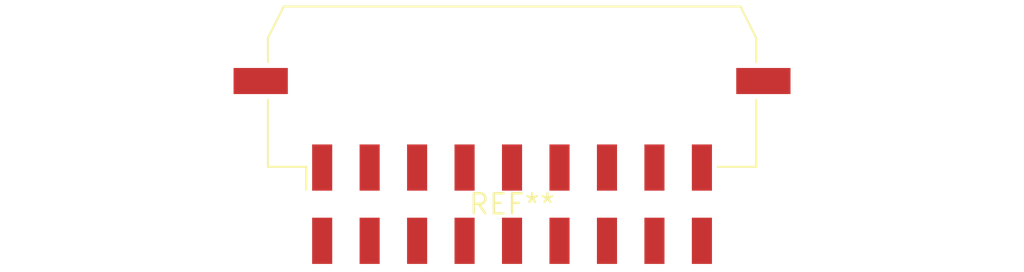
<source format=kicad_pcb>
(kicad_pcb (version 20240108) (generator pcbnew)
  (layers (0 "F.Cu" signal) (31 "B.Cu" signal) (34 "B.Paste" user) (35 "F.Paste" user) (36 "B.SilkS" user "B.Silkscreen") (37 "F.SilkS" user "F.Silkscreen") (38 "B.Mask" user) (39 "F.Mask" user) (44 "Edge.Cuts" user))
  (net 0 "")
  (footprint "Molex_Micro-Fit_3.0_43045-1810_2x09-1MP_P3.00mm_Horizontal" (layer "F.Cu") (at 0 0)
    (property "Reference" "REF**")
    (property "Value" "Molex_Micro-Fit_3.0_43045-1810_2x09-1MP_P3.00mm_Horizontal")
    (fp_line (start -15.435 -10.495) (end -15.435 -8.98) (layer "F.SilkS") (stroke (width 0.12)))
    (fp_line (start -15.435 -6.59) (end -15.435 -2.365) (layer "F.SilkS") (stroke (width 0.12)))
    (fp_line (start -15.435 -2.365) (end -13.005 -2.365) (layer "F.SilkS") (stroke (width 0.12)))
    (fp_line (start -14.435 -12.495) (end -15.435 -10.495) (layer "F.SilkS") (stroke (width 0.12)))
    (fp_line (start -13.005 -2.365) (end -13.005 -0.905) (layer "F.SilkS") (stroke (width 0.12)))
    (fp_line (start 0 -12.495) (end -14.435 -12.495) (layer "F.SilkS") (stroke (width 0.12)))
    (fp_line (start 0 -12.495) (end 14.435 -12.495) (layer "F.SilkS") (stroke (width 0.12)))
    (fp_line (start 14.435 -12.495) (end 15.435 -10.495) (layer "F.SilkS") (stroke (width 0.12)))
    (fp_line (start 15.435 -10.495) (end 15.435 -8.98) (layer "F.SilkS") (stroke (width 0.12)))
    (fp_line (start 15.435 -6.59) (end 15.435 -2.365) (layer "F.SilkS") (stroke (width 0.12)))
    (fp_line (start 15.435 -2.365) (end 13.005 -2.365) (layer "F.SilkS") (stroke (width 0.12)))
    (pad "1" smd rect (at -12 -2.315) (size 1.27 2.92) (layers "F.Cu" "F.Paste" "F.Mask"))
    (pad "2" smd rect (at -9 -2.315) (size 1.27 2.92) (layers "F.Cu" "F.Paste" "F.Mask"))
    (pad "3" smd rect (at -6 -2.315) (size 1.27 2.92) (layers "F.Cu" "F.Paste" "F.Mask"))
    (pad "4" smd rect (at -3 -2.315) (size 1.27 2.92) (layers "F.Cu" "F.Paste" "F.Mask"))
    (pad "5" smd rect (at 0 -2.315) (size 1.27 2.92) (layers "F.Cu" "F.Paste" "F.Mask"))
    (pad "6" smd rect (at 3 -2.315) (size 1.27 2.92) (layers "F.Cu" "F.Paste" "F.Mask"))
    (pad "7" smd rect (at 6 -2.315) (size 1.27 2.92) (layers "F.Cu" "F.Paste" "F.Mask"))
    (pad "8" smd rect (at 9 -2.315) (size 1.27 2.92) (layers "F.Cu" "F.Paste" "F.Mask"))
    (pad "9" smd rect (at 12 -2.315) (size 1.27 2.92) (layers "F.Cu" "F.Paste" "F.Mask"))
    (pad "10" smd rect (at -12 2.315) (size 1.27 2.92) (layers "F.Cu" "F.Paste" "F.Mask"))
    (pad "11" smd rect (at -9 2.315) (size 1.27 2.92) (layers "F.Cu" "F.Paste" "F.Mask"))
    (pad "12" smd rect (at -6 2.315) (size 1.27 2.92) (layers "F.Cu" "F.Paste" "F.Mask"))
    (pad "13" smd rect (at -3 2.315) (size 1.27 2.92) (layers "F.Cu" "F.Paste" "F.Mask"))
    (pad "14" smd rect (at 0 2.315) (size 1.27 2.92) (layers "F.Cu" "F.Paste" "F.Mask"))
    (pad "15" smd rect (at 3 2.315) (size 1.27 2.92) (layers "F.Cu" "F.Paste" "F.Mask"))
    (pad "16" smd rect (at 6 2.315) (size 1.27 2.92) (layers "F.Cu" "F.Paste" "F.Mask"))
    (pad "17" smd rect (at 9 2.315) (size 1.27 2.92) (layers "F.Cu" "F.Paste" "F.Mask"))
    (pad "18" smd rect (at 12 2.315) (size 1.27 2.92) (layers "F.Cu" "F.Paste" "F.Mask"))
    (pad "MP" smd rect (at -15.885 -7.785) (size 3.43 1.65) (layers "F.Cu" "F.Paste" "F.Mask"))
    (pad "MP" smd rect (at 15.885 -7.785) (size 3.43 1.65) (layers "F.Cu" "F.Paste" "F.Mask"))
  )
)
</source>
